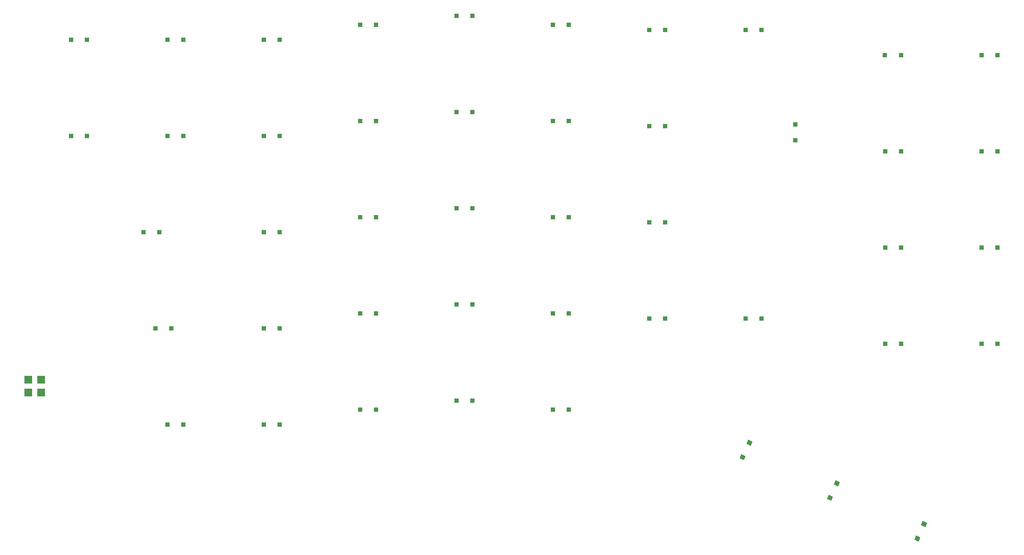
<source format=gtp>
G04 This is an RS-274x file exported by *
G04 gerbv version 2.6.0 *
G04 More information is available about gerbv at *
G04 http://gerbv.gpleda.org/ *
G04 --End of header info--*
%MOIN*%
%FSLAX34Y34*%
%IPPOS*%
G04 --Define apertures--*
%ADD10C,0.0039*%
%ADD11R,0.0354X0.0374*%
%ADD12R,0.0374X0.0354*%
%ADD13R,0.0600X0.0600*%
G04 --Start main section--*
G54D11*
G01X0030667Y-040510D03*
G01X0029427Y-040510D03*
G01X0015663Y-018010D03*
G01X0014423Y-018010D03*
G54D10*
G36*
G01X0080920Y-055992D02*
G01X0080581Y-055834D01*
G01X0080731Y-055513D01*
G01X0081070Y-055671D01*
G01X0080920Y-055992D01*
G01X0080920Y-055992D01*
G37*
G36*
G01X0080396Y-057116D02*
G01X0080057Y-056958D01*
G01X0080207Y-056637D01*
G01X0080546Y-056795D01*
G01X0080396Y-057116D01*
G01X0080396Y-057116D01*
G37*
G54D11*
G01X0086543Y-041689D03*
G01X0085303Y-041689D03*
G01X0086545Y-034195D03*
G01X0085305Y-034195D03*
G01X0086543Y-026689D03*
G01X0085303Y-026689D03*
G01X0086545Y-019195D03*
G01X0085305Y-019195D03*
G54D10*
G36*
G01X0074125Y-052823D02*
G01X0073786Y-052665D01*
G01X0073936Y-052344D01*
G01X0074275Y-052502D01*
G01X0074125Y-052823D01*
G01X0074125Y-052823D01*
G37*
G36*
G01X0073601Y-053947D02*
G01X0073262Y-053789D01*
G01X0073412Y-053468D01*
G01X0073751Y-053626D01*
G01X0073601Y-053947D01*
G01X0073601Y-053947D01*
G37*
G54D11*
G01X0079046Y-041692D03*
G01X0077806Y-041692D03*
G01X0079045Y-034195D03*
G01X0077805Y-034195D03*
G01X0079045Y-026695D03*
G01X0077805Y-026695D03*
G01X0079026Y-019195D03*
G01X0077785Y-019195D03*
G01X0068163Y-039722D03*
G01X0066923Y-039722D03*
G54D12*
G01X0070795Y-024601D03*
G01X0070795Y-025841D03*
G54D11*
G01X0068167Y-017222D03*
G01X0066927Y-017222D03*
G01X0060663Y-039722D03*
G01X0059423Y-039722D03*
G01X0060666Y-032222D03*
G01X0059426Y-032222D03*
G01X0060668Y-024721D03*
G01X0059428Y-024721D03*
G01X0060659Y-017226D03*
G01X0059419Y-017226D03*
G01X0053163Y-046829D03*
G01X0051923Y-046829D03*
G01X0053167Y-039329D03*
G01X0051927Y-039329D03*
G01X0053167Y-031830D03*
G01X0051927Y-031830D03*
G01X0053163Y-024329D03*
G01X0051923Y-024329D03*
G01X0053163Y-016829D03*
G01X0051923Y-016829D03*
G01X0045663Y-046120D03*
G01X0044423Y-046120D03*
G01X0045667Y-038620D03*
G01X0044427Y-038620D03*
G01X0045663Y-031120D03*
G01X0044423Y-031120D03*
G01X0045667Y-023620D03*
G01X0044427Y-023620D03*
G01X0045663Y-016120D03*
G01X0044423Y-016120D03*
G01X0038163Y-046829D03*
G01X0036923Y-046829D03*
G01X0038163Y-039329D03*
G01X0036923Y-039329D03*
G01X0038167Y-031829D03*
G01X0036927Y-031829D03*
G01X0038163Y-024329D03*
G01X0036923Y-024329D03*
G01X0038163Y-016829D03*
G01X0036923Y-016829D03*
G01X0030663Y-048010D03*
G01X0029423Y-048010D03*
G01X0030663Y-033006D03*
G01X0029423Y-033006D03*
G01X0030663Y-025510D03*
G01X0029423Y-025510D03*
G01X0030663Y-018010D03*
G01X0029423Y-018010D03*
G01X0023171Y-048010D03*
G01X0021931Y-048010D03*
G01X0022226Y-040510D03*
G01X0020986Y-040510D03*
G01X0021293Y-033006D03*
G01X0020053Y-033006D03*
G01X0023167Y-025510D03*
G01X0021927Y-025510D03*
G01X0023163Y-018010D03*
G01X0021923Y-018010D03*
G01X0015667Y-025506D03*
G01X0014427Y-025506D03*
G54D10*
G36*
G01X0067326Y-049653D02*
G01X0066987Y-049495D01*
G01X0067137Y-049174D01*
G01X0067476Y-049332D01*
G01X0067326Y-049653D01*
G01X0067326Y-049653D01*
G37*
G36*
G01X0066802Y-050777D02*
G01X0066463Y-050619D01*
G01X0066612Y-050298D01*
G01X0066951Y-050456D01*
G01X0066802Y-050777D01*
G01X0066802Y-050777D01*
G37*
G54D13*
G01X0012100Y-045500D03*
G01X0012100Y-044500D03*
G01X0011100Y-045500D03*
G01X0011100Y-044500D03*
M02*

</source>
